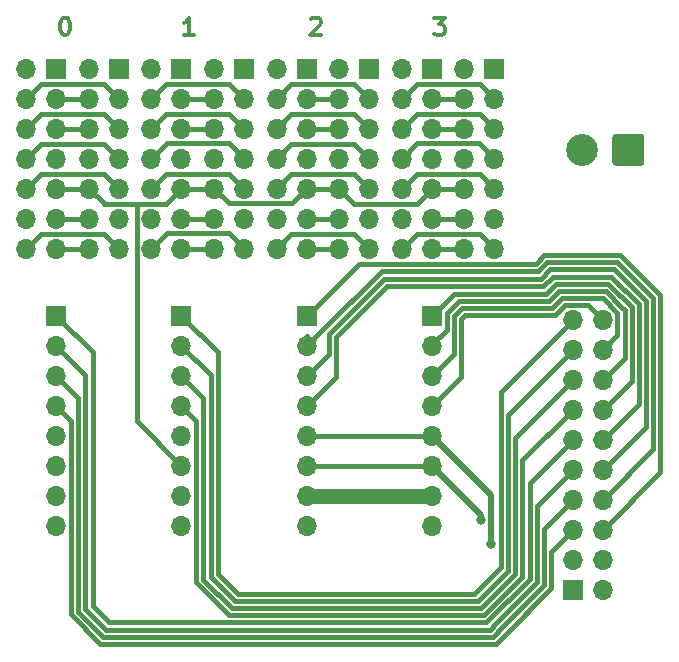
<source format=gtl>
%TF.GenerationSoftware,KiCad,Pcbnew,(5.1.6)-1*%
%TF.CreationDate,2020-08-10T13:34:50+09:00*%
%TF.ProjectId,BLDC__MD_Mounter,424c4443-5f5f-44d4-945f-4d6f756e7465,rev?*%
%TF.SameCoordinates,Original*%
%TF.FileFunction,Copper,L1,Top*%
%TF.FilePolarity,Positive*%
%FSLAX46Y46*%
G04 Gerber Fmt 4.6, Leading zero omitted, Abs format (unit mm)*
G04 Created by KiCad (PCBNEW (5.1.6)-1) date 2020-08-10 13:34:50*
%MOMM*%
%LPD*%
G01*
G04 APERTURE LIST*
%TA.AperFunction,NonConductor*%
%ADD10C,0.300000*%
%TD*%
%TA.AperFunction,ComponentPad*%
%ADD11O,1.700000X1.700000*%
%TD*%
%TA.AperFunction,ComponentPad*%
%ADD12R,1.700000X1.700000*%
%TD*%
%TA.AperFunction,ComponentPad*%
%ADD13C,2.700000*%
%TD*%
%TA.AperFunction,ViaPad*%
%ADD14C,0.800000*%
%TD*%
%TA.AperFunction,Conductor*%
%ADD15C,0.406400*%
%TD*%
%TA.AperFunction,Conductor*%
%ADD16C,0.508000*%
%TD*%
%TA.AperFunction,Conductor*%
%ADD17C,1.270000*%
%TD*%
G04 APERTURE END LIST*
D10*
X142000000Y-62678571D02*
X142928571Y-62678571D01*
X142428571Y-63250000D01*
X142642857Y-63250000D01*
X142785714Y-63321428D01*
X142857142Y-63392857D01*
X142928571Y-63535714D01*
X142928571Y-63892857D01*
X142857142Y-64035714D01*
X142785714Y-64107142D01*
X142642857Y-64178571D01*
X142214285Y-64178571D01*
X142071428Y-64107142D01*
X142000000Y-64035714D01*
X131571428Y-62821428D02*
X131642857Y-62750000D01*
X131785714Y-62678571D01*
X132142857Y-62678571D01*
X132285714Y-62750000D01*
X132357142Y-62821428D01*
X132428571Y-62964285D01*
X132428571Y-63107142D01*
X132357142Y-63321428D01*
X131500000Y-64178571D01*
X132428571Y-64178571D01*
X121678571Y-64178571D02*
X120821428Y-64178571D01*
X121250000Y-64178571D02*
X121250000Y-62678571D01*
X121107142Y-62892857D01*
X120964285Y-63035714D01*
X120821428Y-63107142D01*
X110678571Y-62678571D02*
X110821428Y-62678571D01*
X110964285Y-62750000D01*
X111035714Y-62821428D01*
X111107142Y-62964285D01*
X111178571Y-63250000D01*
X111178571Y-63607142D01*
X111107142Y-63892857D01*
X111035714Y-64035714D01*
X110964285Y-64107142D01*
X110821428Y-64178571D01*
X110678571Y-64178571D01*
X110535714Y-64107142D01*
X110464285Y-64035714D01*
X110392857Y-63892857D01*
X110321428Y-63607142D01*
X110321428Y-63250000D01*
X110392857Y-62964285D01*
X110464285Y-62821428D01*
X110535714Y-62750000D01*
X110678571Y-62678571D01*
D11*
%TO.P,J4,8*%
%TO.N,GND*%
X110000000Y-105709600D03*
%TO.P,J4,7*%
%TO.N,VCC*%
X110000000Y-103169600D03*
%TO.P,J4,6*%
%TO.N,+5V*%
X110000000Y-100629600D03*
%TO.P,J4,5*%
%TO.N,+3V3*%
X110000000Y-98089600D03*
%TO.P,J4,4*%
%TO.N,/RD_1*%
X110000000Y-95549600D03*
%TO.P,J4,3*%
%TO.N,/PWM_1*%
X110000000Y-93009600D03*
%TO.P,J4,2*%
%TO.N,/FR_1*%
X110000000Y-90469600D03*
D12*
%TO.P,J4,1*%
%TO.N,/FG_1*%
X110000000Y-87929600D03*
%TD*%
D11*
%TO.P,J11,8*%
%TO.N,GND*%
X131200000Y-105709600D03*
%TO.P,J11,7*%
%TO.N,VCC*%
X131200000Y-103169600D03*
%TO.P,J11,6*%
%TO.N,+5V*%
X131200000Y-100629600D03*
%TO.P,J11,5*%
%TO.N,+3V3*%
X131200000Y-98089600D03*
%TO.P,J11,4*%
%TO.N,/RD_3*%
X131200000Y-95549600D03*
%TO.P,J11,3*%
%TO.N,/PWM_3*%
X131200000Y-93009600D03*
%TO.P,J11,2*%
%TO.N,/FR_3*%
X131200000Y-90469600D03*
D12*
%TO.P,J11,1*%
%TO.N,/FG_3*%
X131200000Y-87929600D03*
%TD*%
D11*
%TO.P,J14,8*%
%TO.N,GND*%
X141800000Y-105709600D03*
%TO.P,J14,7*%
%TO.N,VCC*%
X141800000Y-103169600D03*
%TO.P,J14,6*%
%TO.N,+5V*%
X141800000Y-100629600D03*
%TO.P,J14,5*%
%TO.N,+3V3*%
X141800000Y-98089600D03*
%TO.P,J14,4*%
%TO.N,/RD_4*%
X141800000Y-95549600D03*
%TO.P,J14,3*%
%TO.N,/PWM_4*%
X141800000Y-93009600D03*
%TO.P,J14,2*%
%TO.N,/FR_4*%
X141800000Y-90469600D03*
D12*
%TO.P,J14,1*%
%TO.N,/FG_4*%
X141800000Y-87929600D03*
%TD*%
D11*
%TO.P,J13,14*%
%TO.N,/HALL_C_N_4*%
X139260000Y-82240000D03*
%TO.P,J13,13*%
%TO.N,/HALL_C_P_4*%
X141800000Y-82240000D03*
%TO.P,J13,12*%
%TO.N,Net-(J13-Pad12)*%
X139260000Y-79700000D03*
%TO.P,J13,11*%
%TO.N,/HALL_B_P_4*%
X141800000Y-79700000D03*
%TO.P,J13,10*%
%TO.N,/COIL_B_4*%
X139260000Y-77160000D03*
%TO.P,J13,9*%
%TO.N,+5V*%
X141800000Y-77160000D03*
%TO.P,J13,8*%
%TO.N,/COIL_C_4*%
X139260000Y-74620000D03*
%TO.P,J13,7*%
%TO.N,GND*%
X141800000Y-74620000D03*
%TO.P,J13,6*%
%TO.N,/COIL_A_4*%
X139260000Y-72080000D03*
%TO.P,J13,5*%
%TO.N,/HALL_B_N_4*%
X141800000Y-72080000D03*
%TO.P,J13,4*%
%TO.N,/HALL_A_P_4*%
X139260000Y-69540000D03*
%TO.P,J13,3*%
%TO.N,/HALL_A_N_4*%
X141800000Y-69540000D03*
%TO.P,J13,2*%
%TO.N,Net-(J13-Pad2)*%
X139260000Y-67000000D03*
D12*
%TO.P,J13,1*%
%TO.N,Net-(J13-Pad1)*%
X141800000Y-67000000D03*
%TD*%
D11*
%TO.P,J12,14*%
%TO.N,/HALL_C_P_4*%
X144560000Y-82240000D03*
%TO.P,J12,13*%
%TO.N,/HALL_C_N_4*%
X147100000Y-82240000D03*
%TO.P,J12,12*%
%TO.N,/HALL_B_P_4*%
X144560000Y-79700000D03*
%TO.P,J12,11*%
%TO.N,Net-(J12-Pad11)*%
X147100000Y-79700000D03*
%TO.P,J12,10*%
%TO.N,+5V*%
X144560000Y-77160000D03*
%TO.P,J12,9*%
%TO.N,/COIL_B_4*%
X147100000Y-77160000D03*
%TO.P,J12,8*%
%TO.N,GND*%
X144560000Y-74620000D03*
%TO.P,J12,7*%
%TO.N,/COIL_C_4*%
X147100000Y-74620000D03*
%TO.P,J12,6*%
%TO.N,/HALL_B_N_4*%
X144560000Y-72080000D03*
%TO.P,J12,5*%
%TO.N,/COIL_A_4*%
X147100000Y-72080000D03*
%TO.P,J12,4*%
%TO.N,/HALL_A_N_4*%
X144560000Y-69540000D03*
%TO.P,J12,3*%
%TO.N,/HALL_A_P_4*%
X147100000Y-69540000D03*
%TO.P,J12,2*%
%TO.N,Net-(J12-Pad2)*%
X144560000Y-67000000D03*
D12*
%TO.P,J12,1*%
%TO.N,Net-(J12-Pad1)*%
X147100000Y-67000000D03*
%TD*%
D11*
%TO.P,J10,14*%
%TO.N,/HALL_C_N_3*%
X128660000Y-82240000D03*
%TO.P,J10,13*%
%TO.N,/HALL_C_P_3*%
X131200000Y-82240000D03*
%TO.P,J10,12*%
%TO.N,Net-(J10-Pad12)*%
X128660000Y-79700000D03*
%TO.P,J10,11*%
%TO.N,/HALL_B_P_3*%
X131200000Y-79700000D03*
%TO.P,J10,10*%
%TO.N,/COIL_B_3*%
X128660000Y-77160000D03*
%TO.P,J10,9*%
%TO.N,+5V*%
X131200000Y-77160000D03*
%TO.P,J10,8*%
%TO.N,/COIL_C_3*%
X128660000Y-74620000D03*
%TO.P,J10,7*%
%TO.N,GND*%
X131200000Y-74620000D03*
%TO.P,J10,6*%
%TO.N,/COIL_A_3*%
X128660000Y-72080000D03*
%TO.P,J10,5*%
%TO.N,/HALL_B_N_3*%
X131200000Y-72080000D03*
%TO.P,J10,4*%
%TO.N,/HALL_A_P_3*%
X128660000Y-69540000D03*
%TO.P,J10,3*%
%TO.N,/HALL_A_N_3*%
X131200000Y-69540000D03*
%TO.P,J10,2*%
%TO.N,Net-(J10-Pad2)*%
X128660000Y-67000000D03*
D12*
%TO.P,J10,1*%
%TO.N,Net-(J10-Pad1)*%
X131200000Y-67000000D03*
%TD*%
D11*
%TO.P,J9,14*%
%TO.N,/HALL_C_P_3*%
X133960000Y-82240000D03*
%TO.P,J9,13*%
%TO.N,/HALL_C_N_3*%
X136500000Y-82240000D03*
%TO.P,J9,12*%
%TO.N,/HALL_B_P_3*%
X133960000Y-79700000D03*
%TO.P,J9,11*%
%TO.N,Net-(J9-Pad11)*%
X136500000Y-79700000D03*
%TO.P,J9,10*%
%TO.N,+5V*%
X133960000Y-77160000D03*
%TO.P,J9,9*%
%TO.N,/COIL_B_3*%
X136500000Y-77160000D03*
%TO.P,J9,8*%
%TO.N,GND*%
X133960000Y-74620000D03*
%TO.P,J9,7*%
%TO.N,/COIL_C_3*%
X136500000Y-74620000D03*
%TO.P,J9,6*%
%TO.N,/HALL_B_N_3*%
X133960000Y-72080000D03*
%TO.P,J9,5*%
%TO.N,/COIL_A_3*%
X136500000Y-72080000D03*
%TO.P,J9,4*%
%TO.N,/HALL_A_N_3*%
X133960000Y-69540000D03*
%TO.P,J9,3*%
%TO.N,/HALL_A_P_3*%
X136500000Y-69540000D03*
%TO.P,J9,2*%
%TO.N,Net-(J9-Pad2)*%
X133960000Y-67000000D03*
D12*
%TO.P,J9,1*%
%TO.N,Net-(J9-Pad1)*%
X136500000Y-67000000D03*
%TD*%
D11*
%TO.P,J8,8*%
%TO.N,GND*%
X120600000Y-105709600D03*
%TO.P,J8,7*%
%TO.N,VCC*%
X120600000Y-103169600D03*
%TO.P,J8,6*%
%TO.N,+5V*%
X120600000Y-100629600D03*
%TO.P,J8,5*%
%TO.N,+3V3*%
X120600000Y-98089600D03*
%TO.P,J8,4*%
%TO.N,/RD_2*%
X120600000Y-95549600D03*
%TO.P,J8,3*%
%TO.N,/PWM_2*%
X120600000Y-93009600D03*
%TO.P,J8,2*%
%TO.N,/FR_2*%
X120600000Y-90469600D03*
D12*
%TO.P,J8,1*%
%TO.N,/FG_2*%
X120600000Y-87929600D03*
%TD*%
D11*
%TO.P,J7,14*%
%TO.N,/HALL_C_N_2*%
X118060000Y-82240000D03*
%TO.P,J7,13*%
%TO.N,/HALL_C_P_2*%
X120600000Y-82240000D03*
%TO.P,J7,12*%
%TO.N,Net-(J7-Pad12)*%
X118060000Y-79700000D03*
%TO.P,J7,11*%
%TO.N,/HALL_B_P_2*%
X120600000Y-79700000D03*
%TO.P,J7,10*%
%TO.N,/COIL_B_2*%
X118060000Y-77160000D03*
%TO.P,J7,9*%
%TO.N,+5V*%
X120600000Y-77160000D03*
%TO.P,J7,8*%
%TO.N,/COIL_C_2*%
X118060000Y-74620000D03*
%TO.P,J7,7*%
%TO.N,GND*%
X120600000Y-74620000D03*
%TO.P,J7,6*%
%TO.N,/COIL_A_2*%
X118060000Y-72080000D03*
%TO.P,J7,5*%
%TO.N,/HALL_B_N_2*%
X120600000Y-72080000D03*
%TO.P,J7,4*%
%TO.N,/HALL_A_P_2*%
X118060000Y-69540000D03*
%TO.P,J7,3*%
%TO.N,/HALL_A_N_2*%
X120600000Y-69540000D03*
%TO.P,J7,2*%
%TO.N,Net-(J7-Pad2)*%
X118060000Y-67000000D03*
D12*
%TO.P,J7,1*%
%TO.N,Net-(J7-Pad1)*%
X120600000Y-67000000D03*
%TD*%
D11*
%TO.P,J6,14*%
%TO.N,/HALL_C_P_2*%
X123360000Y-82240000D03*
%TO.P,J6,13*%
%TO.N,/HALL_C_N_2*%
X125900000Y-82240000D03*
%TO.P,J6,12*%
%TO.N,/HALL_B_P_2*%
X123360000Y-79700000D03*
%TO.P,J6,11*%
%TO.N,Net-(J6-Pad11)*%
X125900000Y-79700000D03*
%TO.P,J6,10*%
%TO.N,+5V*%
X123360000Y-77160000D03*
%TO.P,J6,9*%
%TO.N,/COIL_B_2*%
X125900000Y-77160000D03*
%TO.P,J6,8*%
%TO.N,GND*%
X123360000Y-74620000D03*
%TO.P,J6,7*%
%TO.N,/COIL_C_2*%
X125900000Y-74620000D03*
%TO.P,J6,6*%
%TO.N,/HALL_B_N_2*%
X123360000Y-72080000D03*
%TO.P,J6,5*%
%TO.N,/COIL_A_2*%
X125900000Y-72080000D03*
%TO.P,J6,4*%
%TO.N,/HALL_A_N_2*%
X123360000Y-69540000D03*
%TO.P,J6,3*%
%TO.N,/HALL_A_P_2*%
X125900000Y-69540000D03*
%TO.P,J6,2*%
%TO.N,Net-(J6-Pad2)*%
X123360000Y-67000000D03*
D12*
%TO.P,J6,1*%
%TO.N,Net-(J6-Pad1)*%
X125900000Y-67000000D03*
%TD*%
D13*
%TO.P,J5,2*%
%TO.N,GND*%
X154485200Y-73863200D03*
%TO.P,J5,1*%
%TO.N,VCC*%
%TA.AperFunction,ComponentPad*%
G36*
G01*
X159795200Y-72763201D02*
X159795200Y-74963199D01*
G75*
G02*
X159545199Y-75213200I-250001J0D01*
G01*
X157345201Y-75213200D01*
G75*
G02*
X157095200Y-74963199I0J250001D01*
G01*
X157095200Y-72763201D01*
G75*
G02*
X157345201Y-72513200I250001J0D01*
G01*
X159545199Y-72513200D01*
G75*
G02*
X159795200Y-72763201I0J-250001D01*
G01*
G37*
%TD.AperFunction*%
%TD*%
D11*
%TO.P,J3,20*%
%TO.N,/RD_4*%
X156260800Y-88290400D03*
%TO.P,J3,19*%
%TO.N,/FG_2*%
X153720800Y-88290400D03*
%TO.P,J3,18*%
%TO.N,/PWM_4*%
X156260800Y-90830400D03*
%TO.P,J3,17*%
%TO.N,/FR_2*%
X153720800Y-90830400D03*
%TO.P,J3,16*%
%TO.N,/FR_4*%
X156260800Y-93370400D03*
%TO.P,J3,15*%
%TO.N,/PWM_2*%
X153720800Y-93370400D03*
%TO.P,J3,14*%
%TO.N,/FG_4*%
X156260800Y-95910400D03*
%TO.P,J3,13*%
%TO.N,/RD_2*%
X153720800Y-95910400D03*
%TO.P,J3,12*%
%TO.N,/RD_3*%
X156260800Y-98450400D03*
%TO.P,J3,11*%
%TO.N,/FG_1*%
X153720800Y-98450400D03*
%TO.P,J3,10*%
%TO.N,/PWM_3*%
X156260800Y-100990400D03*
%TO.P,J3,9*%
%TO.N,/FR_1*%
X153720800Y-100990400D03*
%TO.P,J3,8*%
%TO.N,/FR_3*%
X156260800Y-103530400D03*
%TO.P,J3,7*%
%TO.N,/PWM_1*%
X153720800Y-103530400D03*
%TO.P,J3,6*%
%TO.N,/FG_3*%
X156260800Y-106070400D03*
%TO.P,J3,5*%
%TO.N,/RD_1*%
X153720800Y-106070400D03*
%TO.P,J3,4*%
%TO.N,GND*%
X156260800Y-108610400D03*
%TO.P,J3,3*%
%TO.N,+5V*%
X153720800Y-108610400D03*
%TO.P,J3,2*%
%TO.N,Net-(J3-Pad2)*%
X156260800Y-111150400D03*
D12*
%TO.P,J3,1*%
%TO.N,+3V3*%
X153720800Y-111150400D03*
%TD*%
D11*
%TO.P,J2,14*%
%TO.N,/HALL_C_P_1*%
X112760000Y-82240000D03*
%TO.P,J2,13*%
%TO.N,/HALL_C_N_1*%
X115300000Y-82240000D03*
%TO.P,J2,12*%
%TO.N,/HALL_B_P_1*%
X112760000Y-79700000D03*
%TO.P,J2,11*%
%TO.N,Net-(J2-Pad11)*%
X115300000Y-79700000D03*
%TO.P,J2,10*%
%TO.N,+5V*%
X112760000Y-77160000D03*
%TO.P,J2,9*%
%TO.N,/COIL_B_1*%
X115300000Y-77160000D03*
%TO.P,J2,8*%
%TO.N,GND*%
X112760000Y-74620000D03*
%TO.P,J2,7*%
%TO.N,/COIL_C_1*%
X115300000Y-74620000D03*
%TO.P,J2,6*%
%TO.N,/HALL_B_N_1*%
X112760000Y-72080000D03*
%TO.P,J2,5*%
%TO.N,/COIL_A_1*%
X115300000Y-72080000D03*
%TO.P,J2,4*%
%TO.N,/HALL_A_N_1*%
X112760000Y-69540000D03*
%TO.P,J2,3*%
%TO.N,/HALL_A_P_1*%
X115300000Y-69540000D03*
%TO.P,J2,2*%
%TO.N,Net-(J2-Pad2)*%
X112760000Y-67000000D03*
D12*
%TO.P,J2,1*%
%TO.N,Net-(J2-Pad1)*%
X115300000Y-67000000D03*
%TD*%
D11*
%TO.P,J1,14*%
%TO.N,/HALL_C_N_1*%
X107460000Y-82240000D03*
%TO.P,J1,13*%
%TO.N,/HALL_C_P_1*%
X110000000Y-82240000D03*
%TO.P,J1,12*%
%TO.N,Net-(J1-Pad12)*%
X107460000Y-79700000D03*
%TO.P,J1,11*%
%TO.N,/HALL_B_P_1*%
X110000000Y-79700000D03*
%TO.P,J1,10*%
%TO.N,/COIL_B_1*%
X107460000Y-77160000D03*
%TO.P,J1,9*%
%TO.N,+5V*%
X110000000Y-77160000D03*
%TO.P,J1,8*%
%TO.N,/COIL_C_1*%
X107460000Y-74620000D03*
%TO.P,J1,7*%
%TO.N,GND*%
X110000000Y-74620000D03*
%TO.P,J1,6*%
%TO.N,/COIL_A_1*%
X107460000Y-72080000D03*
%TO.P,J1,5*%
%TO.N,/HALL_B_N_1*%
X110000000Y-72080000D03*
%TO.P,J1,4*%
%TO.N,/HALL_A_P_1*%
X107460000Y-69540000D03*
%TO.P,J1,3*%
%TO.N,/HALL_A_N_1*%
X110000000Y-69540000D03*
%TO.P,J1,2*%
%TO.N,Net-(J1-Pad2)*%
X107460000Y-67000000D03*
D12*
%TO.P,J1,1*%
%TO.N,Net-(J1-Pad1)*%
X110000000Y-67000000D03*
%TD*%
D14*
%TO.N,+5V*%
X145977170Y-105206800D03*
%TO.N,+3V3*%
X146831170Y-107238800D03*
%TD*%
D15*
%TO.N,/HALL_C_N_1*%
X107460000Y-82240000D02*
X108713201Y-80986799D01*
X114046799Y-80986799D02*
X115300000Y-82240000D01*
X108713201Y-80986799D02*
X114046799Y-80986799D01*
%TO.N,/HALL_C_P_1*%
X110000000Y-82240000D02*
X112760000Y-82240000D01*
%TO.N,/HALL_B_P_1*%
X110000000Y-79700000D02*
X112760000Y-79700000D01*
%TO.N,/COIL_B_1*%
X107460000Y-77160000D02*
X108713201Y-75906799D01*
X114046799Y-75906799D02*
X115300000Y-77160000D01*
X108713201Y-75906799D02*
X114046799Y-75906799D01*
%TO.N,+5V*%
X110000000Y-77160000D02*
X112760000Y-77160000D01*
X120600000Y-77160000D02*
X123360000Y-77160000D01*
X131200000Y-77160000D02*
X133960000Y-77160000D01*
X141800000Y-77160000D02*
X144560000Y-77160000D01*
X114046799Y-78446799D02*
X114013201Y-78413201D01*
X114013201Y-78413201D02*
X112760000Y-77160000D01*
X120600000Y-77160000D02*
X119313201Y-78446799D01*
X129946799Y-78413201D02*
X131200000Y-77160000D01*
X124613201Y-78413201D02*
X129946799Y-78413201D01*
X123360000Y-77160000D02*
X124613201Y-78413201D01*
X140513201Y-78446799D02*
X141800000Y-77160000D01*
X135246799Y-78446799D02*
X140513201Y-78446799D01*
X133960000Y-77160000D02*
X135246799Y-78446799D01*
X117003999Y-78446799D02*
X116806799Y-78643999D01*
X117003999Y-78446799D02*
X114046799Y-78446799D01*
X119313201Y-78446799D02*
X117003999Y-78446799D01*
X131200000Y-100629600D02*
X141800000Y-100629600D01*
X116806799Y-96836399D02*
X116806799Y-95826399D01*
X120600000Y-100629600D02*
X116806799Y-96836399D01*
X116806799Y-78643999D02*
X116806799Y-95826399D01*
D16*
X141800000Y-100629600D02*
X145977170Y-104806770D01*
X145977170Y-104806770D02*
X145977170Y-105206800D01*
D15*
%TO.N,/COIL_C_1*%
X107460000Y-74620000D02*
X108713201Y-73366799D01*
X114046799Y-73366799D02*
X115300000Y-74620000D01*
X108713201Y-73366799D02*
X114046799Y-73366799D01*
D17*
%TO.N,GND*%
X131200000Y-105663402D02*
X131200000Y-105709600D01*
D15*
%TO.N,/COIL_A_1*%
X107460000Y-72080000D02*
X108713201Y-70826799D01*
X114046799Y-70826799D02*
X115300000Y-72080000D01*
X108713201Y-70826799D02*
X114046799Y-70826799D01*
%TO.N,/HALL_B_N_1*%
X110000000Y-72080000D02*
X112760000Y-72080000D01*
%TO.N,/HALL_A_P_1*%
X114046799Y-68286799D02*
X115300000Y-69540000D01*
X107460000Y-69540000D02*
X108713201Y-68286799D01*
X108713201Y-68286799D02*
X114046799Y-68286799D01*
%TO.N,/HALL_A_N_1*%
X110000000Y-69540000D02*
X112760000Y-69540000D01*
%TO.N,/RD_3*%
X159333231Y-86935314D02*
X159333231Y-95377969D01*
X133666021Y-93083579D02*
X133666021Y-89752379D01*
X131200000Y-95549600D02*
X133666021Y-93083579D01*
X133666021Y-89752379D02*
X137972800Y-85445600D01*
X157009476Y-84611559D02*
X159333231Y-86935314D01*
X137972800Y-85445600D02*
X151231600Y-85445600D01*
X159333231Y-95377969D02*
X156260800Y-98450400D01*
X152065641Y-84611559D02*
X157009476Y-84611559D01*
X151231600Y-85445600D02*
X152065641Y-84611559D01*
%TO.N,/FG_2*%
X123672431Y-107619631D02*
X123672431Y-107822831D01*
X123672431Y-107619631D02*
X123672431Y-109753231D01*
X125171200Y-111252000D02*
X125374400Y-111455200D01*
X123672431Y-109753231D02*
X125171200Y-111252000D01*
X125374401Y-111455201D02*
X125171200Y-111252000D01*
X147634370Y-109210430D02*
X145389598Y-111455201D01*
X153720800Y-88290400D02*
X147634370Y-94376830D01*
X145389598Y-111455201D02*
X125374401Y-111455201D01*
X147634370Y-94376830D02*
X147634370Y-109210430D01*
X123672431Y-105638431D02*
X123672431Y-107619631D01*
X120600000Y-87929600D02*
X123672431Y-91002031D01*
X123672431Y-91002031D02*
X123672431Y-105638431D01*
%TO.N,/PWM_3*%
X159939640Y-86684132D02*
X159939640Y-97311560D01*
X157260659Y-84005151D02*
X159939640Y-86684132D01*
X151808451Y-84005150D02*
X157260659Y-84005151D01*
X133059611Y-91149989D02*
X133059611Y-89501197D01*
X151028401Y-84785200D02*
X151808451Y-84005150D01*
X131200000Y-93009600D02*
X133059611Y-91149989D01*
X159939640Y-97311560D02*
X156260800Y-100990400D01*
X133059611Y-89501197D02*
X137775608Y-84785200D01*
X137775608Y-84785200D02*
X151028401Y-84785200D01*
%TO.N,/FR_2*%
X120600000Y-90469600D02*
X120600000Y-90475600D01*
X148240780Y-96310420D02*
X153720800Y-90830400D01*
X123066021Y-92935621D02*
X123066021Y-110004414D01*
X148240780Y-109497660D02*
X148240780Y-96310420D01*
X120600000Y-90469600D02*
X123066021Y-92935621D01*
X145676829Y-112061611D02*
X148240780Y-109497660D01*
X123066021Y-110004414D02*
X125123217Y-112061610D01*
X125123217Y-112061610D02*
X145676829Y-112061611D01*
%TO.N,/FR_3*%
X131200000Y-90469600D02*
X131200000Y-89645621D01*
X132419589Y-89250011D02*
X131200000Y-90469600D01*
X150831207Y-84124800D02*
X137578413Y-84124800D01*
X151557268Y-83398739D02*
X150831207Y-84124800D01*
X157511842Y-83398739D02*
X151557268Y-83398739D01*
X137578413Y-84124800D02*
X132453202Y-89250011D01*
X132453202Y-89250011D02*
X132419589Y-89250011D01*
X160546051Y-86432948D02*
X157511842Y-83398739D01*
X156260800Y-103530400D02*
X160546051Y-99245149D01*
X160546051Y-99245149D02*
X160546051Y-86432948D01*
%TO.N,/PWM_2*%
X148847190Y-103990417D02*
X148859950Y-103977657D01*
X148847190Y-109748842D02*
X148847190Y-103990417D01*
X122459611Y-94869211D02*
X122459612Y-110255599D01*
X120600000Y-93009600D02*
X122459611Y-94869211D01*
X122459612Y-110255599D02*
X124872034Y-112668020D01*
X148859950Y-98231250D02*
X153720800Y-93370400D01*
X148859950Y-103977657D02*
X148859950Y-98231250D01*
X124872034Y-112668020D02*
X145928013Y-112668019D01*
X145928013Y-112668019D02*
X148847190Y-109748842D01*
%TO.N,/FG_3*%
X151306085Y-82792329D02*
X150583214Y-83515200D01*
X161152461Y-86181765D02*
X157763027Y-82792330D01*
X156260800Y-106070400D02*
X161152461Y-101178739D01*
X150583214Y-83515200D02*
X135614400Y-83515200D01*
X161152461Y-101178739D02*
X161152461Y-86181765D01*
X157763027Y-82792330D02*
X151306085Y-82792329D01*
X135614400Y-83515200D02*
X131200000Y-87929600D01*
%TO.N,/RD_2*%
X149466360Y-100164840D02*
X153720800Y-95910400D01*
X149453600Y-104241600D02*
X149466360Y-104228840D01*
X149453600Y-110000024D02*
X149453600Y-104241600D01*
X149466360Y-104228840D02*
X149466360Y-100164840D01*
X146179197Y-113274427D02*
X149453600Y-110000024D01*
X121853201Y-96802801D02*
X121853201Y-107680001D01*
X120600000Y-95549600D02*
X121853201Y-96802801D01*
X124620852Y-113274429D02*
X146179197Y-113274427D01*
X121853201Y-107680001D02*
X121853203Y-107680003D01*
X121853203Y-107680003D02*
X121853203Y-110506782D01*
X121853203Y-110506782D02*
X124620852Y-113274429D01*
%TO.N,/RD_4*%
X144266021Y-88233563D02*
X144266021Y-93083579D01*
X156260800Y-88290400D02*
X155007599Y-87037199D01*
X155007599Y-87037199D02*
X153070372Y-87037199D01*
X153070372Y-87037199D02*
X152236332Y-87871240D01*
X152236332Y-87871240D02*
X144628344Y-87871240D01*
X144266021Y-93083579D02*
X141800000Y-95549600D01*
X144628344Y-87871240D02*
X144266021Y-88233563D01*
%TO.N,/FG_1*%
X150072770Y-102098430D02*
X153720800Y-98450400D01*
X150072770Y-110238446D02*
X150072770Y-102098430D01*
X110000000Y-87929600D02*
X113072431Y-91002031D01*
X146430381Y-113880835D02*
X150072770Y-110238446D01*
X113072431Y-91002031D02*
X113072431Y-112462831D01*
X113072431Y-112462831D02*
X114490438Y-113880838D01*
X114490438Y-113880838D02*
X146430381Y-113880835D01*
%TO.N,/PWM_4*%
X143659611Y-91149989D02*
X141800000Y-93009600D01*
X143659611Y-87982381D02*
X143659611Y-91149989D01*
X151985149Y-87264830D02*
X144377162Y-87264830D01*
X157514001Y-89577199D02*
X157514001Y-87688863D01*
X156260800Y-90830400D02*
X157514001Y-89577199D01*
X152819189Y-86430789D02*
X151985149Y-87264830D01*
X157514001Y-87688863D02*
X156255927Y-86430789D01*
X144377162Y-87264830D02*
X143659611Y-87982381D01*
X156255927Y-86430789D02*
X152819189Y-86430789D01*
%TO.N,/FR_1*%
X150679180Y-110489628D02*
X150679180Y-104032020D01*
X147254182Y-113914626D02*
X150679180Y-110489628D01*
X112466021Y-112714014D02*
X114239256Y-114487247D01*
X110000000Y-90469600D02*
X112466021Y-92935621D01*
X150679180Y-104032020D02*
X153720800Y-100990400D01*
X112466021Y-92935621D02*
X112466021Y-112714014D01*
X146696323Y-114487243D02*
X147254182Y-113929381D01*
X147254182Y-113929381D02*
X147254182Y-113914626D01*
X114239256Y-114487247D02*
X146696323Y-114487243D01*
%TO.N,/FR_4*%
X141800000Y-90355362D02*
X141800000Y-90469600D01*
X143053201Y-89102161D02*
X141800000Y-90355362D01*
X143053201Y-87731199D02*
X143053201Y-89102161D01*
X144125980Y-86658420D02*
X143053201Y-87731199D01*
X151733966Y-86658420D02*
X144125980Y-86658420D01*
X152568006Y-85824379D02*
X151733966Y-86658420D01*
X156507110Y-85824379D02*
X152568006Y-85824379D01*
X158120411Y-91510789D02*
X158120411Y-87437680D01*
X156260800Y-93370400D02*
X158120411Y-91510789D01*
X158120411Y-87437680D02*
X157845565Y-87162835D01*
X157845565Y-87162835D02*
X156507110Y-85824379D01*
%TO.N,/PWM_1*%
X147860591Y-114165809D02*
X151285590Y-110740810D01*
X146947508Y-115093651D02*
X147860591Y-114180563D01*
X111859611Y-94869211D02*
X111859611Y-112965197D01*
X111859611Y-112965197D02*
X112214840Y-113320424D01*
X151285590Y-105965610D02*
X153720800Y-103530400D01*
X151285590Y-110740810D02*
X151285590Y-105965610D01*
X110000000Y-93009600D02*
X111859611Y-94869211D01*
X113988074Y-115093656D02*
X146947508Y-115093651D01*
X147860591Y-114180563D02*
X147860591Y-114165809D01*
X112214840Y-113320424D02*
X113988074Y-115093656D01*
%TO.N,/FG_4*%
X143677590Y-86052010D02*
X141800000Y-87929600D01*
X158726821Y-93444379D02*
X158726821Y-87186497D01*
X151482783Y-86052010D02*
X143677590Y-86052010D01*
X156758293Y-85217969D02*
X152316823Y-85217969D01*
X156260800Y-95910400D02*
X158726821Y-93444379D01*
X158726821Y-87186497D02*
X156758293Y-85217969D01*
X152316823Y-85217969D02*
X151482783Y-86052010D01*
%TO.N,/RD_1*%
X151892000Y-107899200D02*
X153720800Y-106070400D01*
X151892000Y-111006749D02*
X151892000Y-107899200D01*
X147730775Y-115167974D02*
X151892000Y-111006749D01*
X111253201Y-96802801D02*
X111253201Y-113216377D01*
X111253201Y-113216377D02*
X113736892Y-115700065D01*
X147198693Y-115700059D02*
X147730775Y-115167974D01*
X110000000Y-95549600D02*
X111253201Y-96802801D01*
X113736892Y-115700065D02*
X147198693Y-115700059D01*
%TO.N,+3V3*%
X142066862Y-98089600D02*
X141800000Y-98089600D01*
X131200000Y-98089600D02*
X141800000Y-98089600D01*
D16*
X146831170Y-103120770D02*
X146831170Y-104120830D01*
X141800000Y-98089600D02*
X146831170Y-103120770D01*
X146831170Y-107238800D02*
X146831170Y-104120830D01*
D17*
%TO.N,VCC*%
X131200000Y-103169600D02*
X141800000Y-103169600D01*
D15*
%TO.N,/HALL_C_P_2*%
X120600000Y-82240000D02*
X123360000Y-82240000D01*
%TO.N,/HALL_C_N_2*%
X124613201Y-80953201D02*
X125900000Y-82240000D01*
X119346799Y-80953201D02*
X124613201Y-80953201D01*
X118060000Y-82240000D02*
X119346799Y-80953201D01*
%TO.N,/HALL_B_P_2*%
X120600000Y-79700000D02*
X123360000Y-79700000D01*
%TO.N,/COIL_B_2*%
X124646799Y-75906799D02*
X125900000Y-77160000D01*
X119313201Y-75906799D02*
X124646799Y-75906799D01*
X118060000Y-77160000D02*
X119313201Y-75906799D01*
%TO.N,/COIL_C_2*%
X124613201Y-73333201D02*
X125900000Y-74620000D01*
X119346799Y-73333201D02*
X124613201Y-73333201D01*
X118060000Y-74620000D02*
X119346799Y-73333201D01*
%TO.N,/HALL_B_N_2*%
X120600000Y-72080000D02*
X123360000Y-72080000D01*
%TO.N,/COIL_A_2*%
X124646799Y-70826799D02*
X125900000Y-72080000D01*
X119313201Y-70826799D02*
X124646799Y-70826799D01*
X118060000Y-72080000D02*
X119313201Y-70826799D01*
%TO.N,/HALL_A_N_2*%
X120600000Y-69540000D02*
X123360000Y-69540000D01*
%TO.N,/HALL_A_P_2*%
X124646799Y-68286799D02*
X125900000Y-69540000D01*
X119313201Y-68286799D02*
X124646799Y-68286799D01*
X118060000Y-69540000D02*
X119313201Y-68286799D01*
%TO.N,/HALL_C_P_3*%
X131200000Y-82240000D02*
X133960000Y-82240000D01*
%TO.N,/HALL_C_N_3*%
X135246799Y-80986799D02*
X136500000Y-82240000D01*
X129913201Y-80986799D02*
X135246799Y-80986799D01*
X128660000Y-82240000D02*
X129913201Y-80986799D01*
%TO.N,/HALL_B_P_3*%
X131200000Y-79700000D02*
X133960000Y-79700000D01*
%TO.N,/COIL_B_3*%
X129913201Y-75906799D02*
X135246799Y-75906799D01*
X135246799Y-75906799D02*
X136500000Y-77160000D01*
X128660000Y-77160000D02*
X129913201Y-75906799D01*
%TO.N,/COIL_C_3*%
X135246799Y-73366799D02*
X136500000Y-74620000D01*
X129913201Y-73366799D02*
X135246799Y-73366799D01*
X128660000Y-74620000D02*
X129913201Y-73366799D01*
%TO.N,/HALL_B_N_3*%
X131200000Y-72080000D02*
X133960000Y-72080000D01*
%TO.N,/COIL_A_3*%
X135246799Y-70826799D02*
X136500000Y-72080000D01*
X129913201Y-70826799D02*
X135246799Y-70826799D01*
X128660000Y-72080000D02*
X129913201Y-70826799D01*
%TO.N,/HALL_A_N_3*%
X131200000Y-69540000D02*
X133960000Y-69540000D01*
%TO.N,/HALL_A_P_3*%
X129913201Y-68286799D02*
X135246799Y-68286799D01*
X135246799Y-68286799D02*
X136500000Y-69540000D01*
X128660000Y-69540000D02*
X129913201Y-68286799D01*
%TO.N,/HALL_C_P_4*%
X141800000Y-82240000D02*
X144560000Y-82240000D01*
%TO.N,/HALL_C_N_4*%
X140513201Y-80986799D02*
X145846799Y-80986799D01*
X145846799Y-80986799D02*
X147100000Y-82240000D01*
X139260000Y-82240000D02*
X140513201Y-80986799D01*
%TO.N,/HALL_B_P_4*%
X141800000Y-79700000D02*
X144560000Y-79700000D01*
%TO.N,/COIL_B_4*%
X145846799Y-75906799D02*
X147100000Y-77160000D01*
X140513201Y-75906799D02*
X145846799Y-75906799D01*
X139260000Y-77160000D02*
X140513201Y-75906799D01*
%TO.N,/COIL_C_4*%
X145813201Y-73333201D02*
X147100000Y-74620000D01*
X140546799Y-73333201D02*
X145813201Y-73333201D01*
X139260000Y-74620000D02*
X140546799Y-73333201D01*
%TO.N,/HALL_B_N_4*%
X141800000Y-72080000D02*
X144560000Y-72080000D01*
%TO.N,/COIL_A_4*%
X145846799Y-70826799D02*
X147100000Y-72080000D01*
X140513201Y-70826799D02*
X145846799Y-70826799D01*
X139260000Y-72080000D02*
X140513201Y-70826799D01*
%TO.N,/HALL_A_N_4*%
X141800000Y-69540000D02*
X144560000Y-69540000D01*
%TO.N,/HALL_A_P_4*%
X145846799Y-68286799D02*
X147100000Y-69540000D01*
X140513201Y-68286799D02*
X145846799Y-68286799D01*
X139260000Y-69540000D02*
X140513201Y-68286799D01*
%TD*%
M02*

</source>
